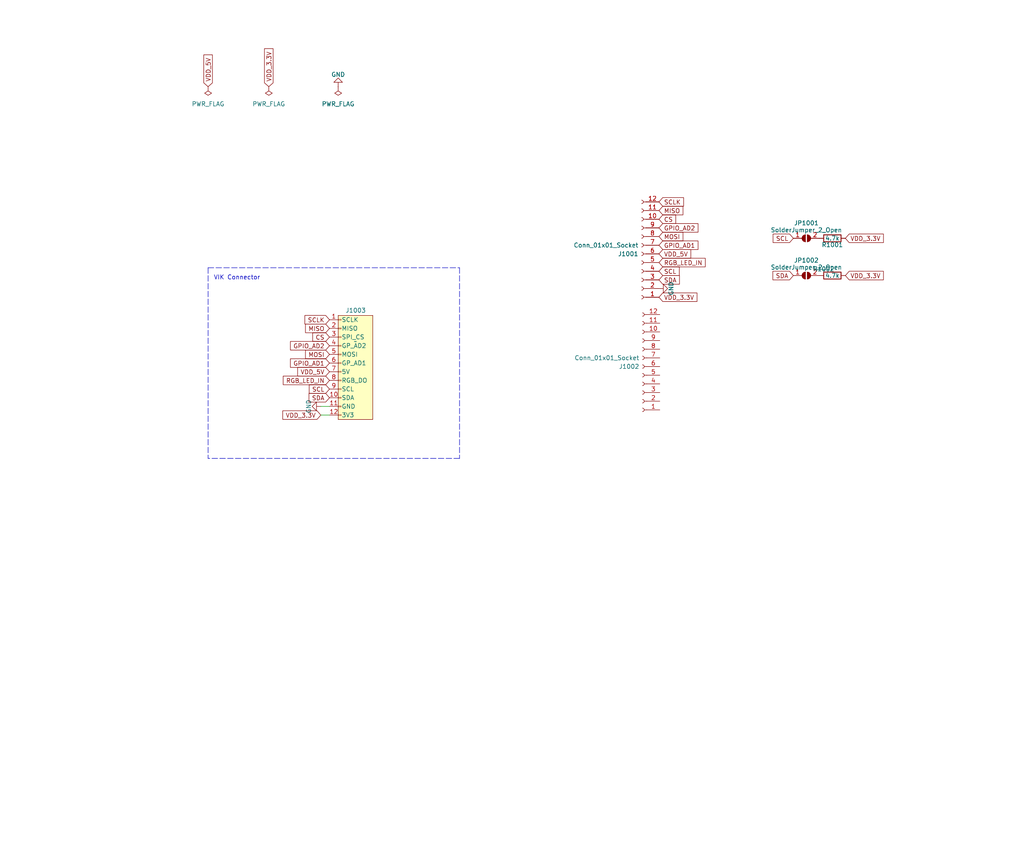
<source format=kicad_sch>
(kicad_sch (version 20230121) (generator eeschema)

  (uuid e63e39d7-6ac0-4ffd-8aa3-1841a4541b55)

  (paper "User" 299.999 250.012)

  (title_block
    (company "bastard keyboards")
    (comment 4 "Copyright Quentin Lebastard")
  )

  (lib_symbols
    (symbol "Connector:Conn_01x12_Socket" (pin_names (offset 1.016) hide) (in_bom yes) (on_board yes)
      (property "Reference" "J" (at 0 15.24 0)
        (effects (font (size 1.27 1.27)))
      )
      (property "Value" "Conn_01x12_Socket" (at 0 -17.78 0)
        (effects (font (size 1.27 1.27)))
      )
      (property "Footprint" "" (at 0 0 0)
        (effects (font (size 1.27 1.27)) hide)
      )
      (property "Datasheet" "~" (at 0 0 0)
        (effects (font (size 1.27 1.27)) hide)
      )
      (property "ki_locked" "" (at 0 0 0)
        (effects (font (size 1.27 1.27)))
      )
      (property "ki_keywords" "connector" (at 0 0 0)
        (effects (font (size 1.27 1.27)) hide)
      )
      (property "ki_description" "Generic connector, single row, 01x12, script generated" (at 0 0 0)
        (effects (font (size 1.27 1.27)) hide)
      )
      (property "ki_fp_filters" "Connector*:*_1x??_*" (at 0 0 0)
        (effects (font (size 1.27 1.27)) hide)
      )
      (symbol "Conn_01x12_Socket_1_1"
        (arc (start 0 -14.732) (mid -0.5058 -15.24) (end 0 -15.748)
          (stroke (width 0.1524) (type default))
          (fill (type none))
        )
        (arc (start 0 -12.192) (mid -0.5058 -12.7) (end 0 -13.208)
          (stroke (width 0.1524) (type default))
          (fill (type none))
        )
        (arc (start 0 -9.652) (mid -0.5058 -10.16) (end 0 -10.668)
          (stroke (width 0.1524) (type default))
          (fill (type none))
        )
        (arc (start 0 -7.112) (mid -0.5058 -7.62) (end 0 -8.128)
          (stroke (width 0.1524) (type default))
          (fill (type none))
        )
        (arc (start 0 -4.572) (mid -0.5058 -5.08) (end 0 -5.588)
          (stroke (width 0.1524) (type default))
          (fill (type none))
        )
        (arc (start 0 -2.032) (mid -0.5058 -2.54) (end 0 -3.048)
          (stroke (width 0.1524) (type default))
          (fill (type none))
        )
        (polyline
          (pts
            (xy -1.27 -15.24)
            (xy -0.508 -15.24)
          )
          (stroke (width 0.1524) (type default))
          (fill (type none))
        )
        (polyline
          (pts
            (xy -1.27 -12.7)
            (xy -0.508 -12.7)
          )
          (stroke (width 0.1524) (type default))
          (fill (type none))
        )
        (polyline
          (pts
            (xy -1.27 -10.16)
            (xy -0.508 -10.16)
          )
          (stroke (width 0.1524) (type default))
          (fill (type none))
        )
        (polyline
          (pts
            (xy -1.27 -7.62)
            (xy -0.508 -7.62)
          )
          (stroke (width 0.1524) (type default))
          (fill (type none))
        )
        (polyline
          (pts
            (xy -1.27 -5.08)
            (xy -0.508 -5.08)
          )
          (stroke (width 0.1524) (type default))
          (fill (type none))
        )
        (polyline
          (pts
            (xy -1.27 -2.54)
            (xy -0.508 -2.54)
          )
          (stroke (width 0.1524) (type default))
          (fill (type none))
        )
        (polyline
          (pts
            (xy -1.27 0)
            (xy -0.508 0)
          )
          (stroke (width 0.1524) (type default))
          (fill (type none))
        )
        (polyline
          (pts
            (xy -1.27 2.54)
            (xy -0.508 2.54)
          )
          (stroke (width 0.1524) (type default))
          (fill (type none))
        )
        (polyline
          (pts
            (xy -1.27 5.08)
            (xy -0.508 5.08)
          )
          (stroke (width 0.1524) (type default))
          (fill (type none))
        )
        (polyline
          (pts
            (xy -1.27 7.62)
            (xy -0.508 7.62)
          )
          (stroke (width 0.1524) (type default))
          (fill (type none))
        )
        (polyline
          (pts
            (xy -1.27 10.16)
            (xy -0.508 10.16)
          )
          (stroke (width 0.1524) (type default))
          (fill (type none))
        )
        (polyline
          (pts
            (xy -1.27 12.7)
            (xy -0.508 12.7)
          )
          (stroke (width 0.1524) (type default))
          (fill (type none))
        )
        (arc (start 0 0.508) (mid -0.5058 0) (end 0 -0.508)
          (stroke (width 0.1524) (type default))
          (fill (type none))
        )
        (arc (start 0 3.048) (mid -0.5058 2.54) (end 0 2.032)
          (stroke (width 0.1524) (type default))
          (fill (type none))
        )
        (arc (start 0 5.588) (mid -0.5058 5.08) (end 0 4.572)
          (stroke (width 0.1524) (type default))
          (fill (type none))
        )
        (arc (start 0 8.128) (mid -0.5058 7.62) (end 0 7.112)
          (stroke (width 0.1524) (type default))
          (fill (type none))
        )
        (arc (start 0 10.668) (mid -0.5058 10.16) (end 0 9.652)
          (stroke (width 0.1524) (type default))
          (fill (type none))
        )
        (arc (start 0 13.208) (mid -0.5058 12.7) (end 0 12.192)
          (stroke (width 0.1524) (type default))
          (fill (type none))
        )
        (pin passive line (at -5.08 12.7 0) (length 3.81)
          (name "Pin_1" (effects (font (size 1.27 1.27))))
          (number "1" (effects (font (size 1.27 1.27))))
        )
        (pin passive line (at -5.08 -10.16 0) (length 3.81)
          (name "Pin_10" (effects (font (size 1.27 1.27))))
          (number "10" (effects (font (size 1.27 1.27))))
        )
        (pin passive line (at -5.08 -12.7 0) (length 3.81)
          (name "Pin_11" (effects (font (size 1.27 1.27))))
          (number "11" (effects (font (size 1.27 1.27))))
        )
        (pin passive line (at -5.08 -15.24 0) (length 3.81)
          (name "Pin_12" (effects (font (size 1.27 1.27))))
          (number "12" (effects (font (size 1.27 1.27))))
        )
        (pin passive line (at -5.08 10.16 0) (length 3.81)
          (name "Pin_2" (effects (font (size 1.27 1.27))))
          (number "2" (effects (font (size 1.27 1.27))))
        )
        (pin passive line (at -5.08 7.62 0) (length 3.81)
          (name "Pin_3" (effects (font (size 1.27 1.27))))
          (number "3" (effects (font (size 1.27 1.27))))
        )
        (pin passive line (at -5.08 5.08 0) (length 3.81)
          (name "Pin_4" (effects (font (size 1.27 1.27))))
          (number "4" (effects (font (size 1.27 1.27))))
        )
        (pin passive line (at -5.08 2.54 0) (length 3.81)
          (name "Pin_5" (effects (font (size 1.27 1.27))))
          (number "5" (effects (font (size 1.27 1.27))))
        )
        (pin passive line (at -5.08 0 0) (length 3.81)
          (name "Pin_6" (effects (font (size 1.27 1.27))))
          (number "6" (effects (font (size 1.27 1.27))))
        )
        (pin passive line (at -5.08 -2.54 0) (length 3.81)
          (name "Pin_7" (effects (font (size 1.27 1.27))))
          (number "7" (effects (font (size 1.27 1.27))))
        )
        (pin passive line (at -5.08 -5.08 0) (length 3.81)
          (name "Pin_8" (effects (font (size 1.27 1.27))))
          (number "8" (effects (font (size 1.27 1.27))))
        )
        (pin passive line (at -5.08 -7.62 0) (length 3.81)
          (name "Pin_9" (effects (font (size 1.27 1.27))))
          (number "9" (effects (font (size 1.27 1.27))))
        )
      )
    )
    (symbol "Device:R" (pin_numbers hide) (pin_names (offset 0)) (in_bom yes) (on_board yes)
      (property "Reference" "R" (at 2.032 0 90)
        (effects (font (size 1.27 1.27)))
      )
      (property "Value" "R" (at 0 0 90)
        (effects (font (size 1.27 1.27)))
      )
      (property "Footprint" "" (at -1.778 0 90)
        (effects (font (size 1.27 1.27)) hide)
      )
      (property "Datasheet" "~" (at 0 0 0)
        (effects (font (size 1.27 1.27)) hide)
      )
      (property "ki_keywords" "R res resistor" (at 0 0 0)
        (effects (font (size 1.27 1.27)) hide)
      )
      (property "ki_description" "Resistor" (at 0 0 0)
        (effects (font (size 1.27 1.27)) hide)
      )
      (property "ki_fp_filters" "R_*" (at 0 0 0)
        (effects (font (size 1.27 1.27)) hide)
      )
      (symbol "R_0_1"
        (rectangle (start -1.016 -2.54) (end 1.016 2.54)
          (stroke (width 0.254) (type default))
          (fill (type none))
        )
      )
      (symbol "R_1_1"
        (pin passive line (at 0 3.81 270) (length 1.27)
          (name "~" (effects (font (size 1.27 1.27))))
          (number "1" (effects (font (size 1.27 1.27))))
        )
        (pin passive line (at 0 -3.81 90) (length 1.27)
          (name "~" (effects (font (size 1.27 1.27))))
          (number "2" (effects (font (size 1.27 1.27))))
        )
      )
    )
    (symbol "Jumper:SolderJumper_2_Open" (pin_names (offset 0) hide) (in_bom yes) (on_board yes)
      (property "Reference" "JP" (at 0 2.032 0)
        (effects (font (size 1.27 1.27)))
      )
      (property "Value" "SolderJumper_2_Open" (at 0 -2.54 0)
        (effects (font (size 1.27 1.27)))
      )
      (property "Footprint" "" (at 0 0 0)
        (effects (font (size 1.27 1.27)) hide)
      )
      (property "Datasheet" "~" (at 0 0 0)
        (effects (font (size 1.27 1.27)) hide)
      )
      (property "ki_keywords" "solder jumper SPST" (at 0 0 0)
        (effects (font (size 1.27 1.27)) hide)
      )
      (property "ki_description" "Solder Jumper, 2-pole, open" (at 0 0 0)
        (effects (font (size 1.27 1.27)) hide)
      )
      (property "ki_fp_filters" "SolderJumper*Open*" (at 0 0 0)
        (effects (font (size 1.27 1.27)) hide)
      )
      (symbol "SolderJumper_2_Open_0_1"
        (arc (start -0.254 1.016) (mid -1.2656 0) (end -0.254 -1.016)
          (stroke (width 0) (type default))
          (fill (type none))
        )
        (arc (start -0.254 1.016) (mid -1.2656 0) (end -0.254 -1.016)
          (stroke (width 0) (type default))
          (fill (type outline))
        )
        (polyline
          (pts
            (xy -0.254 1.016)
            (xy -0.254 -1.016)
          )
          (stroke (width 0) (type default))
          (fill (type none))
        )
        (polyline
          (pts
            (xy 0.254 1.016)
            (xy 0.254 -1.016)
          )
          (stroke (width 0) (type default))
          (fill (type none))
        )
        (arc (start 0.254 -1.016) (mid 1.2656 0) (end 0.254 1.016)
          (stroke (width 0) (type default))
          (fill (type none))
        )
        (arc (start 0.254 -1.016) (mid 1.2656 0) (end 0.254 1.016)
          (stroke (width 0) (type default))
          (fill (type outline))
        )
      )
      (symbol "SolderJumper_2_Open_1_1"
        (pin passive line (at -3.81 0 0) (length 2.54)
          (name "A" (effects (font (size 1.27 1.27))))
          (number "1" (effects (font (size 1.27 1.27))))
        )
        (pin passive line (at 3.81 0 180) (length 2.54)
          (name "B" (effects (font (size 1.27 1.27))))
          (number "2" (effects (font (size 1.27 1.27))))
        )
      )
    )
    (symbol "power:GND" (power) (pin_names (offset 0)) (in_bom yes) (on_board yes)
      (property "Reference" "#PWR" (at 0 -6.35 0)
        (effects (font (size 1.27 1.27)) hide)
      )
      (property "Value" "GND" (at 0 -3.81 0)
        (effects (font (size 1.27 1.27)))
      )
      (property "Footprint" "" (at 0 0 0)
        (effects (font (size 1.27 1.27)) hide)
      )
      (property "Datasheet" "" (at 0 0 0)
        (effects (font (size 1.27 1.27)) hide)
      )
      (property "ki_keywords" "power-flag" (at 0 0 0)
        (effects (font (size 1.27 1.27)) hide)
      )
      (property "ki_description" "Power symbol creates a global label with name \"GND\" , ground" (at 0 0 0)
        (effects (font (size 1.27 1.27)) hide)
      )
      (symbol "GND_0_1"
        (polyline
          (pts
            (xy 0 0)
            (xy 0 -1.27)
            (xy 1.27 -1.27)
            (xy 0 -2.54)
            (xy -1.27 -1.27)
            (xy 0 -1.27)
          )
          (stroke (width 0) (type default))
          (fill (type none))
        )
      )
      (symbol "GND_1_1"
        (pin power_in line (at 0 0 270) (length 0) hide
          (name "GND" (effects (font (size 1.27 1.27))))
          (number "1" (effects (font (size 1.27 1.27))))
        )
      )
    )
    (symbol "power:PWR_FLAG" (power) (pin_numbers hide) (pin_names (offset 0) hide) (in_bom yes) (on_board yes)
      (property "Reference" "#FLG" (at 0 1.905 0)
        (effects (font (size 1.27 1.27)) hide)
      )
      (property "Value" "PWR_FLAG" (at 0 3.81 0)
        (effects (font (size 1.27 1.27)))
      )
      (property "Footprint" "" (at 0 0 0)
        (effects (font (size 1.27 1.27)) hide)
      )
      (property "Datasheet" "~" (at 0 0 0)
        (effects (font (size 1.27 1.27)) hide)
      )
      (property "ki_keywords" "flag power" (at 0 0 0)
        (effects (font (size 1.27 1.27)) hide)
      )
      (property "ki_description" "Special symbol for telling ERC where power comes from" (at 0 0 0)
        (effects (font (size 1.27 1.27)) hide)
      )
      (symbol "PWR_FLAG_0_0"
        (pin power_out line (at 0 0 90) (length 0)
          (name "pwr" (effects (font (size 1.27 1.27))))
          (number "1" (effects (font (size 1.27 1.27))))
        )
      )
      (symbol "PWR_FLAG_0_1"
        (polyline
          (pts
            (xy 0 0)
            (xy 0 1.27)
            (xy -1.016 1.905)
            (xy 0 2.54)
            (xy 1.016 1.905)
            (xy 0 1.27)
          )
          (stroke (width 0) (type default))
          (fill (type none))
        )
      )
    )
    (symbol "vik:vik-module-connector" (pin_names (offset 1)) (in_bom yes) (on_board yes)
      (property "Reference" "J" (at 0 15.875 0)
        (effects (font (size 1.27 1.27)))
      )
      (property "Value" "vik-module-connector" (at 0 -17.78 0)
        (effects (font (size 1.27 1.27)) hide)
      )
      (property "Footprint" "" (at 0 6.35 0)
        (effects (font (size 1.27 1.27)) hide)
      )
      (property "Datasheet" "" (at 0 6.35 0)
        (effects (font (size 1.27 1.27)) hide)
      )
      (symbol "vik-module-connector_1_1"
        (rectangle (start -5.08 13.97) (end 5.08 -16.51)
          (stroke (width 0) (type default))
          (fill (type background))
        )
        (rectangle (start -5.0546 -15.113) (end -4.191 -15.367)
          (stroke (width 0.1) (type default))
          (fill (type none))
        )
        (rectangle (start -5.0546 -12.573) (end -4.191 -12.827)
          (stroke (width 0.1) (type default))
          (fill (type none))
        )
        (rectangle (start -5.0546 -10.033) (end -4.191 -10.287)
          (stroke (width 0.1) (type default))
          (fill (type none))
        )
        (rectangle (start -5.0546 -7.493) (end -4.191 -7.747)
          (stroke (width 0.1) (type default))
          (fill (type none))
        )
        (rectangle (start -5.0546 -4.953) (end -4.191 -5.207)
          (stroke (width 0.1) (type default))
          (fill (type none))
        )
        (rectangle (start -5.0546 -2.413) (end -4.191 -2.667)
          (stroke (width 0.1) (type default))
          (fill (type none))
        )
        (rectangle (start -5.0546 0.127) (end -4.191 -0.127)
          (stroke (width 0.1) (type default))
          (fill (type none))
        )
        (rectangle (start -5.0546 2.667) (end -4.191 2.413)
          (stroke (width 0.1) (type default))
          (fill (type none))
        )
        (rectangle (start -5.0546 5.207) (end -4.191 4.953)
          (stroke (width 0.1) (type default))
          (fill (type none))
        )
        (rectangle (start -5.0546 7.747) (end -4.191 7.493)
          (stroke (width 0.1) (type default))
          (fill (type none))
        )
        (rectangle (start -5.0546 10.287) (end -4.191 10.033)
          (stroke (width 0.1) (type default))
          (fill (type none))
        )
        (rectangle (start -5.0546 12.827) (end -4.191 12.573)
          (stroke (width 0.1) (type default))
          (fill (type none))
        )
        (pin output line (at -7.62 12.7 0) (length 2.54)
          (name "SCLK" (effects (font (size 1.27 1.27))))
          (number "1" (effects (font (size 1.27 1.27))))
        )
        (pin bidirectional line (at -7.62 -10.16 0) (length 2.54)
          (name "SDA" (effects (font (size 1.27 1.27))))
          (number "10" (effects (font (size 1.27 1.27))))
        )
        (pin power_out line (at -7.62 -12.7 0) (length 2.54)
          (name "GND" (effects (font (size 1.27 1.27))))
          (number "11" (effects (font (size 1.27 1.27))))
        )
        (pin power_out line (at -7.62 -15.24 0) (length 2.54)
          (name "3V3" (effects (font (size 1.27 1.27))))
          (number "12" (effects (font (size 1.27 1.27))))
        )
        (pin tri_state line (at -7.62 10.16 0) (length 2.54)
          (name "MISO" (effects (font (size 1.27 1.27))))
          (number "2" (effects (font (size 1.27 1.27))))
        )
        (pin output line (at -7.62 7.62 0) (length 2.54)
          (name "SPI_CS" (effects (font (size 1.27 1.27))))
          (number "3" (effects (font (size 1.27 1.27))))
        )
        (pin bidirectional line (at -7.62 5.08 0) (length 2.54)
          (name "GP_AD2" (effects (font (size 1.27 1.27))))
          (number "4" (effects (font (size 1.27 1.27))))
        )
        (pin output line (at -7.62 2.54 0) (length 2.54)
          (name "MOSI" (effects (font (size 1.27 1.27))))
          (number "5" (effects (font (size 1.27 1.27))))
        )
        (pin bidirectional line (at -7.62 0 0) (length 2.54)
          (name "GP_AD1" (effects (font (size 1.27 1.27))))
          (number "6" (effects (font (size 1.27 1.27))))
        )
        (pin power_out line (at -7.62 -2.54 0) (length 2.54)
          (name "5V" (effects (font (size 1.27 1.27))))
          (number "7" (effects (font (size 1.27 1.27))))
        )
        (pin output line (at -7.62 -5.08 0) (length 2.54)
          (name "RGB_DO" (effects (font (size 1.27 1.27))))
          (number "8" (effects (font (size 1.27 1.27))))
        )
        (pin bidirectional line (at -7.62 -7.62 0) (length 2.54)
          (name "SCL" (effects (font (size 1.27 1.27))))
          (number "9" (effects (font (size 1.27 1.27))))
        )
      )
    )
  )


  (polyline (pts (xy 60.96 78.486) (xy 60.96 134.366))
    (stroke (width 0) (type dash))
    (uuid 00c285f6-e591-4626-9110-96a3569f6751)
  )
  (polyline (pts (xy 134.62 134.366) (xy 60.96 134.366))
    (stroke (width 0) (type dash))
    (uuid 2f2e6293-c29d-4732-91e6-ddebe6cdb18b)
  )

  (wire (pts (xy 93.98 119.126) (xy 96.52 119.126))
    (stroke (width 0) (type default))
    (uuid 3820dd30-8364-4ae9-b11c-414776fec37e)
  )
  (polyline (pts (xy 134.62 78.486) (xy 134.62 134.366))
    (stroke (width 0) (type dash))
    (uuid 40762a3e-5211-419b-8ce4-8bdf1c17b6c7)
  )
  (polyline (pts (xy 60.96 78.486) (xy 134.62 78.486))
    (stroke (width 0) (type dash))
    (uuid 956e5f31-8566-436c-96a4-e6c9913f7062)
  )

  (wire (pts (xy 93.98 121.666) (xy 96.52 121.666))
    (stroke (width 0) (type default))
    (uuid b4e306e9-6f32-4a99-a58d-07d594ce60de)
  )

  (text "VIK Connector" (at 76.2762 82.2198 0)
    (effects (font (size 1.27 1.27)) (justify right bottom))
    (uuid d11069ff-9090-4796-bb65-c719f7867229)
  )

  (global_label "GPIO_AD2" (shape input) (at 193.04 66.802 0)
    (effects (font (size 1.27 1.27)) (justify left))
    (uuid 13341407-c518-434d-9ba3-9f76690590d4)
    (property "Intersheetrefs" "${INTERSHEET_REFS}" (at 199.2631 66.7226 0)
      (effects (font (size 1.27 1.27)) (justify left) hide)
    )
  )
  (global_label "SCLK" (shape input) (at 193.04 59.182 0)
    (effects (font (size 1.27 1.27)) (justify left))
    (uuid 1adbc2e0-2d1f-4af4-85db-18d4a46e5381)
    (property "Intersheetrefs" "${INTERSHEET_REFS}" (at 200.2307 59.1026 0)
      (effects (font (size 1.27 1.27)) (justify left) hide)
    )
  )
  (global_label "CS" (shape input) (at 96.52 98.806 180)
    (effects (font (size 1.27 1.27)) (justify right))
    (uuid 317a28ca-23fa-43c5-a7c6-2d385ff166dc)
    (property "Intersheetrefs" "${INTERSHEET_REFS}" (at 90.2969 98.8854 0)
      (effects (font (size 1.27 1.27)) (justify right) hide)
    )
  )
  (global_label "GPIO_AD1" (shape input) (at 96.52 106.426 180)
    (effects (font (size 1.27 1.27)) (justify right))
    (uuid 3c96fbd0-f2cf-45fd-adb1-00b90d211e25)
    (property "Intersheetrefs" "${INTERSHEET_REFS}" (at 90.2969 106.5054 0)
      (effects (font (size 1.27 1.27)) (justify right) hide)
    )
  )
  (global_label "SCL" (shape input) (at 232.41 69.85 180)
    (effects (font (size 1.27 1.27)) (justify right))
    (uuid 46bda563-d01c-4209-89c9-e664106779af)
    (property "Intersheetrefs" "${INTERSHEET_REFS}" (at 226.1869 69.9294 0)
      (effects (font (size 1.27 1.27)) (justify right) hide)
    )
  )
  (global_label "CS" (shape input) (at 193.04 64.262 0)
    (effects (font (size 1.27 1.27)) (justify left))
    (uuid 4b25e541-8b9b-48f5-9f88-b9ddca243984)
    (property "Intersheetrefs" "${INTERSHEET_REFS}" (at 199.2631 64.1826 0)
      (effects (font (size 1.27 1.27)) (justify left) hide)
    )
  )
  (global_label "VDD_3.3V" (shape input) (at 78.74 25.4 90)
    (effects (font (size 1.27 1.27)) (justify left))
    (uuid 5e48c5d2-066b-41e3-80eb-c307c31ddc81)
    (property "Intersheetrefs" "${INTERSHEET_REFS}" (at 78.6606 14.2783 90)
      (effects (font (size 1.27 1.27)) (justify left) hide)
    )
  )
  (global_label "SDA" (shape input) (at 193.04 82.042 0)
    (effects (font (size 1.27 1.27)) (justify left))
    (uuid 696b3d2d-d014-4058-9e83-9ba3a2cf2244)
    (property "Intersheetrefs" "${INTERSHEET_REFS}" (at 199.2631 81.9626 0)
      (effects (font (size 1.27 1.27)) (justify left) hide)
    )
  )
  (global_label "VDD_5V" (shape input) (at 193.04 74.422 0)
    (effects (font (size 1.27 1.27)) (justify left))
    (uuid 7392f76d-1b86-4ef4-9b91-661c1dfda13a)
    (property "Intersheetrefs" "${INTERSHEET_REFS}" (at 99.06 -64.008 0)
      (effects (font (size 1.27 1.27)) hide)
    )
  )
  (global_label "SCLK" (shape input) (at 96.52 93.726 180)
    (effects (font (size 1.27 1.27)) (justify right))
    (uuid 7c9bd48e-942d-4227-99f3-ed572b0f6370)
    (property "Intersheetrefs" "${INTERSHEET_REFS}" (at 89.3293 93.8054 0)
      (effects (font (size 1.27 1.27)) (justify right) hide)
    )
  )
  (global_label "VDD_3.3V" (shape input) (at 247.65 69.85 0)
    (effects (font (size 1.27 1.27)) (justify left))
    (uuid 7f0b471c-ee68-44d9-a053-adc206e6a4f5)
    (property "Intersheetrefs" "${INTERSHEET_REFS}" (at 258.7717 69.7706 0)
      (effects (font (size 1.27 1.27)) (justify left) hide)
    )
  )
  (global_label "GPIO_AD1" (shape input) (at 193.04 71.882 0)
    (effects (font (size 1.27 1.27)) (justify left))
    (uuid 96d85bea-10a2-4084-b3f9-4ce73acebe91)
    (property "Intersheetrefs" "${INTERSHEET_REFS}" (at 199.2631 71.8026 0)
      (effects (font (size 1.27 1.27)) (justify left) hide)
    )
  )
  (global_label "VDD_5V" (shape input) (at 60.96 25.4 90)
    (effects (font (size 1.27 1.27)) (justify left))
    (uuid 97dd274f-c3e6-46f8-84e1-ad1f93b9a6f8)
    (property "Intersheetrefs" "${INTERSHEET_REFS}" (at -77.47 119.38 0)
      (effects (font (size 1.27 1.27)) hide)
    )
  )
  (global_label "RGB_LED_IN" (shape input) (at 193.04 76.962 0)
    (effects (font (size 1.27 1.27)) (justify left))
    (uuid a2d05bc6-b9ad-4258-958d-8e5927260830)
    (property "Intersheetrefs" "${INTERSHEET_REFS}" (at 199.2631 76.8826 0)
      (effects (font (size 1.27 1.27)) (justify left) hide)
    )
  )
  (global_label "SCL" (shape input) (at 193.04 79.502 0)
    (effects (font (size 1.27 1.27)) (justify left))
    (uuid a8dc601b-0038-4c47-90bb-693f7d59b1ad)
    (property "Intersheetrefs" "${INTERSHEET_REFS}" (at 199.2631 79.4226 0)
      (effects (font (size 1.27 1.27)) (justify left) hide)
    )
  )
  (global_label "VDD_5V" (shape input) (at 96.52 108.966 180)
    (effects (font (size 1.27 1.27)) (justify right))
    (uuid aacf2830-2bc2-476b-a833-9f8c0c478d2c)
    (property "Intersheetrefs" "${INTERSHEET_REFS}" (at 190.5 247.396 0)
      (effects (font (size 1.27 1.27)) hide)
    )
  )
  (global_label "MOSI" (shape input) (at 193.04 69.342 0)
    (effects (font (size 1.27 1.27)) (justify left))
    (uuid abcb78cd-734a-4f12-a538-f57390feb98e)
    (property "Intersheetrefs" "${INTERSHEET_REFS}" (at 200.0493 69.2626 0)
      (effects (font (size 1.27 1.27)) (justify left) hide)
    )
  )
  (global_label "SDA" (shape input) (at 96.52 116.586 180)
    (effects (font (size 1.27 1.27)) (justify right))
    (uuid bc9ab4b1-be15-4069-95cf-53631873d534)
    (property "Intersheetrefs" "${INTERSHEET_REFS}" (at 90.2969 116.6654 0)
      (effects (font (size 1.27 1.27)) (justify right) hide)
    )
  )
  (global_label "MISO" (shape input) (at 96.52 96.266 180)
    (effects (font (size 1.27 1.27)) (justify right))
    (uuid bcb4eb3f-1308-49ed-82b8-809c7b434489)
    (property "Intersheetrefs" "${INTERSHEET_REFS}" (at 89.5107 96.1866 0)
      (effects (font (size 1.27 1.27)) (justify right) hide)
    )
  )
  (global_label "VDD_3.3V" (shape input) (at 247.65 80.772 0)
    (effects (font (size 1.27 1.27)) (justify left))
    (uuid c78bd02e-5eeb-4f7e-b3db-84cd20647eac)
    (property "Intersheetrefs" "${INTERSHEET_REFS}" (at 258.7717 80.6926 0)
      (effects (font (size 1.27 1.27)) (justify left) hide)
    )
  )
  (global_label "SDA" (shape input) (at 232.41 80.772 180)
    (effects (font (size 1.27 1.27)) (justify right))
    (uuid c92384d8-26f0-472d-a5b9-9e021dfc2895)
    (property "Intersheetrefs" "${INTERSHEET_REFS}" (at 226.1869 80.8514 0)
      (effects (font (size 1.27 1.27)) (justify right) hide)
    )
  )
  (global_label "VDD_3.3V" (shape input) (at 93.98 121.666 180)
    (effects (font (size 1.27 1.27)) (justify right))
    (uuid cbed4be4-cc76-4919-a8df-f70eaae9db3c)
    (property "Intersheetrefs" "${INTERSHEET_REFS}" (at 82.8583 121.7454 0)
      (effects (font (size 1.27 1.27)) (justify right) hide)
    )
  )
  (global_label "MOSI" (shape input) (at 96.52 103.886 180)
    (effects (font (size 1.27 1.27)) (justify right))
    (uuid cd96bf17-259f-4647-939c-0388dd2e9eb7)
    (property "Intersheetrefs" "${INTERSHEET_REFS}" (at 89.5107 103.9654 0)
      (effects (font (size 1.27 1.27)) (justify right) hide)
    )
  )
  (global_label "GPIO_AD2" (shape input) (at 96.52 101.346 180)
    (effects (font (size 1.27 1.27)) (justify right))
    (uuid d8905e8f-7421-4db3-99a7-b35f47e9274f)
    (property "Intersheetrefs" "${INTERSHEET_REFS}" (at 90.2969 101.4254 0)
      (effects (font (size 1.27 1.27)) (justify right) hide)
    )
  )
  (global_label "SCL" (shape input) (at 96.52 114.046 180)
    (effects (font (size 1.27 1.27)) (justify right))
    (uuid ddc0330b-f57e-4a4e-877f-e7e5d46a7c06)
    (property "Intersheetrefs" "${INTERSHEET_REFS}" (at 90.2969 114.1254 0)
      (effects (font (size 1.27 1.27)) (justify right) hide)
    )
  )
  (global_label "MISO" (shape input) (at 193.04 61.722 0)
    (effects (font (size 1.27 1.27)) (justify left))
    (uuid f4381f63-cab4-4f07-b75f-65b52e9809d9)
    (property "Intersheetrefs" "${INTERSHEET_REFS}" (at 200.0493 61.8014 0)
      (effects (font (size 1.27 1.27)) (justify left) hide)
    )
  )
  (global_label "VDD_3.3V" (shape input) (at 193.04 87.122 0)
    (effects (font (size 1.27 1.27)) (justify left))
    (uuid f43fcb46-abe1-49c8-a930-c58685173b3c)
    (property "Intersheetrefs" "${INTERSHEET_REFS}" (at 204.1617 87.0426 0)
      (effects (font (size 1.27 1.27)) (justify left) hide)
    )
  )
  (global_label "RGB_LED_IN" (shape input) (at 96.52 111.506 180)
    (effects (font (size 1.27 1.27)) (justify right))
    (uuid f501a415-b09d-422d-8c10-af76b0803634)
    (property "Intersheetrefs" "${INTERSHEET_REFS}" (at 90.2969 111.5854 0)
      (effects (font (size 1.27 1.27)) (justify right) hide)
    )
  )

  (symbol (lib_id "power:PWR_FLAG") (at 78.74 25.4 180) (unit 1)
    (in_bom yes) (on_board yes) (dnp no) (fields_autoplaced)
    (uuid 2574ebdf-8e33-4eff-9f71-c2e9a6782b29)
    (property "Reference" "#FLG01002" (at 78.74 27.305 0)
      (effects (font (size 1.27 1.27)) hide)
    )
    (property "Value" "PWR_FLAG" (at 78.74 30.48 0)
      (effects (font (size 1.27 1.27)))
    )
    (property "Footprint" "" (at 78.74 25.4 0)
      (effects (font (size 1.27 1.27)) hide)
    )
    (property "Datasheet" "~" (at 78.74 25.4 0)
      (effects (font (size 1.27 1.27)) hide)
    )
    (pin "1" (uuid bb64ee60-a232-4130-addd-5f474b93bd73))
    (instances
      (project "vik-universal"
        (path "/e63e39d7-6ac0-4ffd-8aa3-1841a4541b55"
          (reference "#FLG01002") (unit 1)
        )
      )
    )
  )

  (symbol (lib_id "power:PWR_FLAG") (at 99.06 25.4 180) (unit 1)
    (in_bom yes) (on_board yes) (dnp no) (fields_autoplaced)
    (uuid 27001625-f712-4dd4-83ce-eb11f057b770)
    (property "Reference" "#FLG01003" (at 99.06 27.305 0)
      (effects (font (size 1.27 1.27)) hide)
    )
    (property "Value" "PWR_FLAG" (at 99.06 30.48 0)
      (effects (font (size 1.27 1.27)))
    )
    (property "Footprint" "" (at 99.06 25.4 0)
      (effects (font (size 1.27 1.27)) hide)
    )
    (property "Datasheet" "~" (at 99.06 25.4 0)
      (effects (font (size 1.27 1.27)) hide)
    )
    (pin "1" (uuid 1f17d9f1-ada2-48da-bd65-76dbfb4f5abc))
    (instances
      (project "vik-universal"
        (path "/e63e39d7-6ac0-4ffd-8aa3-1841a4541b55"
          (reference "#FLG01003") (unit 1)
        )
      )
    )
  )

  (symbol (lib_id "power:GND") (at 193.04 84.582 90) (unit 1)
    (in_bom yes) (on_board yes) (dnp no)
    (uuid 526b2149-1250-488f-9890-4115fe47e310)
    (property "Reference" "#PWR01002" (at 199.39 84.582 0)
      (effects (font (size 1.27 1.27)) hide)
    )
    (property "Value" "GND" (at 196.596 84.582 0)
      (effects (font (size 1.27 1.27)))
    )
    (property "Footprint" "" (at 193.04 84.582 0)
      (effects (font (size 1.27 1.27)) hide)
    )
    (property "Datasheet" "" (at 193.04 84.582 0)
      (effects (font (size 1.27 1.27)) hide)
    )
    (pin "1" (uuid a902d62f-db14-4a47-bf65-a17e1a869b78))
    (instances
      (project "vik-universal"
        (path "/e63e39d7-6ac0-4ffd-8aa3-1841a4541b55"
          (reference "#PWR01002") (unit 1)
        )
      )
    )
  )

  (symbol (lib_id "Device:R") (at 243.84 69.85 90) (unit 1)
    (in_bom yes) (on_board yes) (dnp no)
    (uuid 56e949ac-3a5e-4790-8632-68c15f98aca8)
    (property "Reference" "R1" (at 243.84 71.755 90)
      (effects (font (size 1.27 1.27)))
    )
    (property "Value" "4.7k" (at 243.84 69.85 90)
      (effects (font (size 1.27 1.27)))
    )
    (property "Footprint" "fingerpunch:D3_TH_SMD" (at 243.84 71.628 90)
      (effects (font (size 1.27 1.27)) hide)
    )
    (property "Datasheet" "~" (at 243.84 69.85 0)
      (effects (font (size 1.27 1.27)) hide)
    )
    (property "LCSC" "C104821" (at 243.84 69.85 90)
      (effects (font (size 1.27 1.27)) hide)
    )
    (pin "1" (uuid 8e50faba-14e3-43bf-978c-a5a9a0466918))
    (pin "2" (uuid d69f01c4-16b3-4a74-8bca-d738ecac6766))
    (instances
      (project "haptic"
        (path "/61fe293f-6808-4b7f-9340-9aaac7054a97"
          (reference "R1") (unit 1)
        )
      )
      (project "vik-universal"
        (path "/e63e39d7-6ac0-4ffd-8aa3-1841a4541b55"
          (reference "R1001") (unit 1)
        )
      )
    )
  )

  (symbol (lib_id "vik:vik-module-connector") (at 104.14 106.426 0) (unit 1)
    (in_bom yes) (on_board yes) (dnp no)
    (uuid 5aa338f8-7634-447d-b5b2-e44a490de94b)
    (property "Reference" "J1003" (at 101.1936 90.9828 0)
      (effects (font (size 1.27 1.27)) (justify left))
    )
    (property "Value" "~" (at 104.14 100.076 0)
      (effects (font (size 1.27 1.27)))
    )
    (property "Footprint" "vik:vik-module-connector-horizontal" (at 104.14 100.076 0)
      (effects (font (size 1.27 1.27)) hide)
    )
    (property "Datasheet" "" (at 104.14 100.076 0)
      (effects (font (size 1.27 1.27)) hide)
    )
    (property "LCSC" "C2919557" (at 104.14 106.426 0)
      (effects (font (size 1.27 1.27)) hide)
    )
    (pin "1" (uuid a34aada2-1fe0-46b7-8dd8-b69fa8579826))
    (pin "10" (uuid d1fbba25-d367-49b8-a076-83dc6b1ffa47))
    (pin "11" (uuid 5c01a4fd-745b-45fd-9e6c-0493ccff6be7))
    (pin "12" (uuid 92d6f157-58be-4db9-a7ec-20d9ab556844))
    (pin "2" (uuid c5d51bc6-b3fb-4497-964f-40244371736a))
    (pin "3" (uuid d6517d4f-b9d8-48e8-a6c7-d589a1caead5))
    (pin "4" (uuid 0754d992-a23f-4ef1-ae29-a468917cdff8))
    (pin "5" (uuid f2aeaab5-b2b4-4ddb-b936-217b2595400f))
    (pin "6" (uuid 5d5a4f4b-af20-49f7-8356-61a4d95d217c))
    (pin "7" (uuid 9a3f7229-f792-4c65-9434-3e3dcd394cb8))
    (pin "8" (uuid f1868c46-f0a3-41dc-8a93-ee049ed41b56))
    (pin "9" (uuid 694d2c45-3ee2-45dc-84ef-791f1d2123fd))
    (instances
      (project "vik-universal"
        (path "/e63e39d7-6ac0-4ffd-8aa3-1841a4541b55"
          (reference "J1003") (unit 1)
        )
      )
    )
  )

  (symbol (lib_id "Connector:Conn_01x12_Socket") (at 187.96 74.422 180) (unit 1)
    (in_bom yes) (on_board yes) (dnp no) (fields_autoplaced)
    (uuid 6ef12a73-0f16-4ccd-a897-997648f36e4b)
    (property "Reference" "J1001" (at 187.0456 74.422 0)
      (effects (font (size 1.27 1.27)) (justify left))
    )
    (property "Value" "Conn_01x01_Socket" (at 187.0456 71.882 0)
      (effects (font (size 1.27 1.27)) (justify left))
    )
    (property "Footprint" "Connector_PinSocket_2.54mm:PinSocket_1x12_P2.54mm_Vertical" (at 187.96 74.422 0)
      (effects (font (size 1.27 1.27)) hide)
    )
    (property "Datasheet" "~" (at 187.96 74.422 0)
      (effects (font (size 1.27 1.27)) hide)
    )
    (pin "1" (uuid bf0d667f-ec4a-43ac-a903-51f0db93e59c))
    (pin "10" (uuid 52130164-be86-4090-8190-df912d83a02b))
    (pin "11" (uuid b495fdb1-4180-468b-a940-a0d267bdc641))
    (pin "12" (uuid 5c73d88c-5dba-4fa2-8b9b-15a11e9f1024))
    (pin "2" (uuid 79f7cba3-2f09-4cc9-b72e-433fef45ec7e))
    (pin "3" (uuid 95462fd3-c72a-4801-87e5-300b7cfedddf))
    (pin "4" (uuid 6017f302-0b5f-426b-9b23-d9151256af5c))
    (pin "5" (uuid fac9c7df-c368-4fbb-9403-cd724b7e2b34))
    (pin "6" (uuid 51d1155f-8b7b-4d0c-865a-75826f700a14))
    (pin "7" (uuid 737718ef-0357-4b68-af5e-bb75b14db476))
    (pin "8" (uuid afb18d89-47f9-413b-a3aa-2f0d66e6ab24))
    (pin "9" (uuid b165edf2-46f6-4464-9aca-aa226dd1f651))
    (instances
      (project "vik-universal"
        (path "/e63e39d7-6ac0-4ffd-8aa3-1841a4541b55"
          (reference "J1001") (unit 1)
        )
      )
    )
  )

  (symbol (lib_id "power:GND") (at 93.98 119.126 270) (unit 1)
    (in_bom yes) (on_board yes) (dnp no)
    (uuid 71b6101a-c309-44c0-bd8c-1827f05fbe95)
    (property "Reference" "#PWR0101" (at 87.63 119.126 0)
      (effects (font (size 1.27 1.27)) hide)
    )
    (property "Value" "GND" (at 90.424 119.126 0)
      (effects (font (size 1.27 1.27)))
    )
    (property "Footprint" "" (at 93.98 119.126 0)
      (effects (font (size 1.27 1.27)) hide)
    )
    (property "Datasheet" "" (at 93.98 119.126 0)
      (effects (font (size 1.27 1.27)) hide)
    )
    (pin "1" (uuid 8cf6c38f-dbd5-41b5-ad1b-b51890a9a1cd))
    (instances
      (project "vik-universal"
        (path "/e63e39d7-6ac0-4ffd-8aa3-1841a4541b55"
          (reference "#PWR0101") (unit 1)
        )
      )
    )
  )

  (symbol (lib_id "Jumper:SolderJumper_2_Open") (at 236.22 69.85 0) (unit 1)
    (in_bom yes) (on_board yes) (dnp no) (fields_autoplaced)
    (uuid 75847daf-51b0-42d6-95af-7c9ede7f4473)
    (property "Reference" "JP1001" (at 236.22 65.381 0)
      (effects (font (size 1.27 1.27)))
    )
    (property "Value" "SolderJumper_2_Open" (at 236.22 67.429 0)
      (effects (font (size 1.27 1.27)))
    )
    (property "Footprint" "Jumper:SolderJumper-2_P1.3mm_Open_RoundedPad1.0x1.5mm" (at 236.22 69.85 0)
      (effects (font (size 1.27 1.27)) hide)
    )
    (property "Datasheet" "~" (at 236.22 69.85 0)
      (effects (font (size 1.27 1.27)) hide)
    )
    (pin "1" (uuid c7063ca1-31d2-41b8-abbe-61fadb2bb8f1))
    (pin "2" (uuid 0213da44-8995-4ebb-b383-1458c31b0ee8))
    (instances
      (project "vik-universal"
        (path "/e63e39d7-6ac0-4ffd-8aa3-1841a4541b55"
          (reference "JP1001") (unit 1)
        )
      )
    )
  )

  (symbol (lib_id "Connector:Conn_01x12_Socket") (at 188.214 107.442 180) (unit 1)
    (in_bom yes) (on_board yes) (dnp no) (fields_autoplaced)
    (uuid 79a19d53-9315-4ea4-be70-84b2d215c7c8)
    (property "Reference" "J1002" (at 187.2996 107.442 0)
      (effects (font (size 1.27 1.27)) (justify left))
    )
    (property "Value" "Conn_01x01_Socket" (at 187.2996 104.902 0)
      (effects (font (size 1.27 1.27)) (justify left))
    )
    (property "Footprint" "Connector_PinSocket_2.54mm:PinSocket_1x12_P2.54mm_Vertical" (at 188.214 107.442 0)
      (effects (font (size 1.27 1.27)) hide)
    )
    (property "Datasheet" "~" (at 188.214 107.442 0)
      (effects (font (size 1.27 1.27)) hide)
    )
    (pin "1" (uuid a137e4c5-0a9a-4e2b-802b-7283b6c48708))
    (pin "10" (uuid 9f808465-e932-4ce9-8c11-7cc603ed2045))
    (pin "11" (uuid bd6dd90e-b2eb-458a-bc76-d22c74927638))
    (pin "12" (uuid f79f1758-9bc2-4ae5-aab2-1c2c62ec022d))
    (pin "2" (uuid 6758f26a-2722-4fdd-9040-e7b0fccb7073))
    (pin "3" (uuid 32d2903b-d484-4443-9289-00fded411681))
    (pin "4" (uuid b42ce5d8-9e8d-44df-ac72-f589b1a03987))
    (pin "5" (uuid f1c190f6-4240-43de-a141-a98eb96df793))
    (pin "6" (uuid be53b96c-ff61-466b-b201-2f43d7a556fe))
    (pin "7" (uuid 91d31eac-1b4d-4c87-94de-9ce8ab799614))
    (pin "8" (uuid 21885c3a-fed6-40f3-9376-62f8f60ec9e0))
    (pin "9" (uuid 9a22badd-d306-4288-85a8-efd425103376))
    (instances
      (project "vik-universal"
        (path "/e63e39d7-6ac0-4ffd-8aa3-1841a4541b55"
          (reference "J1002") (unit 1)
        )
      )
    )
  )

  (symbol (lib_id "power:GND") (at 99.06 25.4 180) (unit 1)
    (in_bom yes) (on_board yes) (dnp no)
    (uuid 834cf93a-cd76-425c-8349-e2888e0ea9db)
    (property "Reference" "#PWR01001" (at 99.06 19.05 0)
      (effects (font (size 1.27 1.27)) hide)
    )
    (property "Value" "GND" (at 99.06 21.844 0)
      (effects (font (size 1.27 1.27)))
    )
    (property "Footprint" "" (at 99.06 25.4 0)
      (effects (font (size 1.27 1.27)) hide)
    )
    (property "Datasheet" "" (at 99.06 25.4 0)
      (effects (font (size 1.27 1.27)) hide)
    )
    (pin "1" (uuid 423b5218-117c-4415-82a3-e981e13491a1))
    (instances
      (project "vik-universal"
        (path "/e63e39d7-6ac0-4ffd-8aa3-1841a4541b55"
          (reference "#PWR01001") (unit 1)
        )
      )
    )
  )

  (symbol (lib_id "Jumper:SolderJumper_2_Open") (at 236.22 80.772 0) (unit 1)
    (in_bom yes) (on_board yes) (dnp no) (fields_autoplaced)
    (uuid 895dd2d9-7afc-4cc8-9e47-bc46e04f2967)
    (property "Reference" "JP1002" (at 236.22 76.303 0)
      (effects (font (size 1.27 1.27)))
    )
    (property "Value" "SolderJumper_2_Open" (at 236.22 78.351 0)
      (effects (font (size 1.27 1.27)))
    )
    (property "Footprint" "Jumper:SolderJumper-2_P1.3mm_Open_RoundedPad1.0x1.5mm" (at 236.22 80.772 0)
      (effects (font (size 1.27 1.27)) hide)
    )
    (property "Datasheet" "~" (at 236.22 80.772 0)
      (effects (font (size 1.27 1.27)) hide)
    )
    (pin "1" (uuid 210efb2f-6d88-49dd-99de-3146cadc8b65))
    (pin "2" (uuid 673e53b6-f891-44dd-8f39-00678c79ad6e))
    (instances
      (project "vik-universal"
        (path "/e63e39d7-6ac0-4ffd-8aa3-1841a4541b55"
          (reference "JP1002") (unit 1)
        )
      )
    )
  )

  (symbol (lib_id "Device:R") (at 243.84 80.772 90) (unit 1)
    (in_bom yes) (on_board yes) (dnp no)
    (uuid 984418d1-cfbe-439c-91a5-a9ef5902d19e)
    (property "Reference" "R2" (at 241.3 78.867 90)
      (effects (font (size 1.27 1.27)))
    )
    (property "Value" "4.7k" (at 243.84 80.772 90)
      (effects (font (size 1.27 1.27)))
    )
    (property "Footprint" "fingerpunch:D3_TH_SMD" (at 243.84 82.55 90)
      (effects (font (size 1.27 1.27)) hide)
    )
    (property "Datasheet" "~" (at 243.84 80.772 0)
      (effects (font (size 1.27 1.27)) hide)
    )
    (property "LCSC" "C104821" (at 243.84 80.772 90)
      (effects (font (size 1.27 1.27)) hide)
    )
    (pin "1" (uuid 7bab1fed-81b0-4a48-8315-3462101fabf6))
    (pin "2" (uuid 215d43fb-7ebb-4856-bc33-b5c9a3185bca))
    (instances
      (project "haptic"
        (path "/61fe293f-6808-4b7f-9340-9aaac7054a97"
          (reference "R2") (unit 1)
        )
      )
      (project "vik-universal"
        (path "/e63e39d7-6ac0-4ffd-8aa3-1841a4541b55"
          (reference "R1002") (unit 1)
        )
      )
    )
  )

  (symbol (lib_id "power:PWR_FLAG") (at 60.96 25.4 180) (unit 1)
    (in_bom yes) (on_board yes) (dnp no) (fields_autoplaced)
    (uuid ce50fec4-6369-4d38-9ff1-95171e1f116c)
    (property "Reference" "#FLG01001" (at 60.96 27.305 0)
      (effects (font (size 1.27 1.27)) hide)
    )
    (property "Value" "PWR_FLAG" (at 60.96 30.48 0)
      (effects (font (size 1.27 1.27)))
    )
    (property "Footprint" "" (at 60.96 25.4 0)
      (effects (font (size 1.27 1.27)) hide)
    )
    (property "Datasheet" "~" (at 60.96 25.4 0)
      (effects (font (size 1.27 1.27)) hide)
    )
    (pin "1" (uuid 7559976a-b296-4a28-b109-0e34884acddf))
    (instances
      (project "vik-universal"
        (path "/e63e39d7-6ac0-4ffd-8aa3-1841a4541b55"
          (reference "#FLG01001") (unit 1)
        )
      )
    )
  )

  (sheet_instances
    (path "/" (page "1"))
  )
)

</source>
